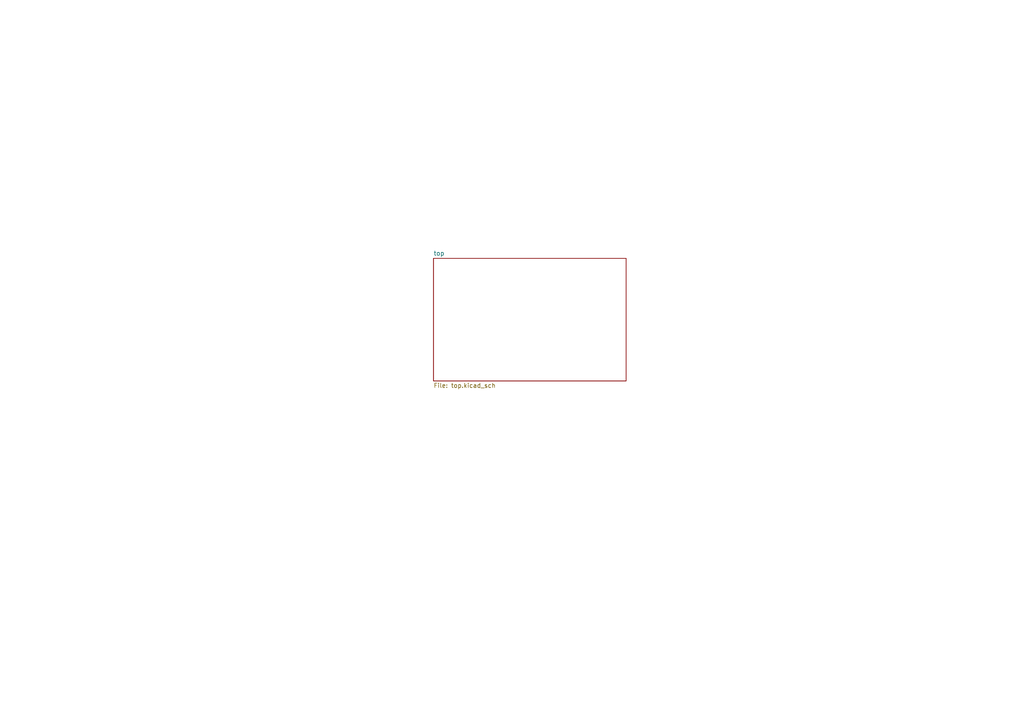
<source format=kicad_sch>
(kicad_sch
	(version 20231120)
	(generator "eeschema")
	(generator_version "8.0")
	(uuid "3d1ed669-1135-4c49-b1df-94cff2b9b047")
	(paper "A4")
	(lib_symbols)
	(sheet
		(at 125.73 74.93)
		(size 55.88 35.56)
		(fields_autoplaced yes)
		(stroke
			(width 0.1524)
			(type solid)
		)
		(fill
			(color 0 0 0 0.0000)
		)
		(uuid "0e17e17f-90b3-45ef-b1b3-8cfb60b68c2b")
		(property "Sheetname" "top"
			(at 125.73 74.2184 0)
			(effects
				(font
					(size 1.27 1.27)
				)
				(justify left bottom)
			)
		)
		(property "Sheetfile" "top.kicad_sch"
			(at 125.73 111.0746 0)
			(effects
				(font
					(size 1.27 1.27)
				)
				(justify left top)
			)
		)
		(instances
			(project "STM32WLE5_RF_dongle"
				(path "/3d1ed669-1135-4c49-b1df-94cff2b9b047"
					(page "2")
				)
			)
		)
	)
	(sheet_instances
		(path "/"
			(page "1")
		)
	)
)

</source>
